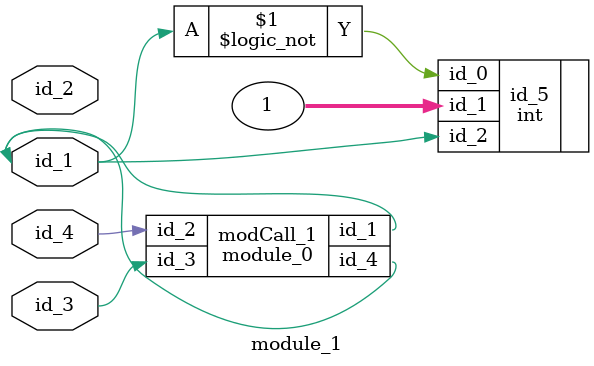
<source format=v>
module module_0 (
    id_1,
    id_2,
    id_3,
    id_4
);
  inout wire id_4;
  input wire id_3;
  input wire id_2;
  output wire id_1;
  always @(*) id_1 = id_3;
endmodule
module module_1 (
    id_1,
    id_2,
    id_3,
    id_4
);
  input wire id_4;
  input wire id_3;
  inout wire id_2;
  inout wire id_1;
  int id_5 (
      .id_0(!id_1),
      .id_1(1),
      .id_2(id_1)
  );
  module_0 modCall_1 (
      id_1,
      id_4,
      id_3,
      id_1
  );
  wire id_6;
endmodule

</source>
